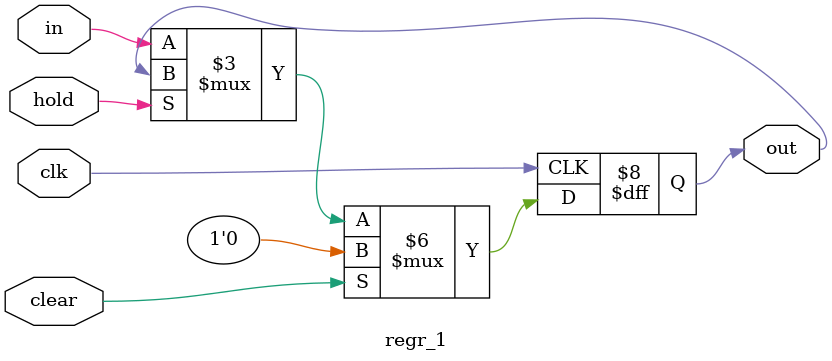
<source format=v>
module regr_1 (
	input clk,
	input clear,
	input hold,
	input wire [N-1:0] in,
	output reg [N-1:0] out);
	parameter N = 1;
	always @(posedge clk) begin
		if (clear)
			out <= {N{1'b0}};
		else if (hold)
			out <= out;
		else
			out <= in;
	end
endmodule
</source>
